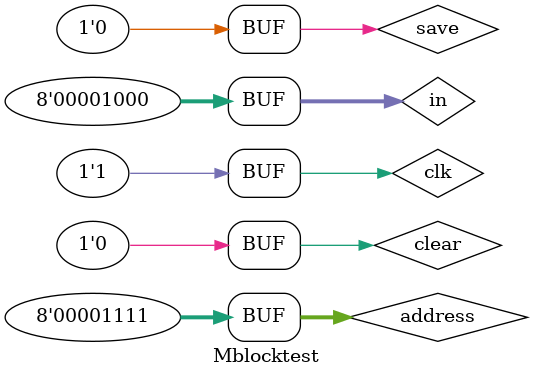
<source format=v>
`timescale 1ns / 1ps


module Mblocktest(

    );
reg [7:0]address;
reg [7:0] in ;
reg save,clk,clear;
wire [7:0] out;   
wire [64:0] M;
    Mblock op(
    .in(in),
    .add(address),
    .saveM(save),
    .clk(clk),
    .clr(clear),
    .out(out),
    .Mreg(M));

initial 
  begin
  clk=0;
  clear=1;
  save=0;
  #50
  clk=1;
  #50
  clear=0;
  save=1;
  address=0;
  in=6;
  clk=0;
  #50
  clk=1; 
  #50
  address=1;
  in=3;
  clk=0; 
  #50
  clk=1; 
  #50
  address=2;
  in=5;
  clk=0; 
  #50
  clk=1; 
  #50
  save=0;
  address=0;
  in=4;  
  clk=0; 
  #50
  clk=1; 
  #50
  address=1;
  in=5;
  clk=0; 
  #50
  clk=1; 
  #50
  address=5;
  in=6;
  clk=0; 
  #50
  clk=1; 
  #50
  address=6;
  in=7;  
  clk=0; 
  #50
  clk=1; 
  #50
  address=7;
  in=8;  
  clk=0;    
  #50
  clk=1;     
  #50
  clear=0;
  address=8;
  in=1;
  clk=0;
  #50
  clk=1; 
  #50
  address=9;
  in=2;
  clk=0; 
  #50
  clk=1; 
  #50
  address=10;
  in=3;
  clk=0; 
  #50
  clk=1; 
  #50
  address=11;
  in=4;  
  clk=0; 
  #50
  clk=1; 
  #50
  address=12;
  in=5;
  clk=0; 
  #50
  clk=1; 
  #50
  address=13;
  in=6;
  clk=0; 
  #50
  clk=1; 
  #50
  address=14;
  in=7;  
  clk=0; 
  #50
  clk=1; 
  #50
  address=15;
  in=8;  
  clk=0;    
  #50
  clk=1;     
 end   
endmodule

</source>
